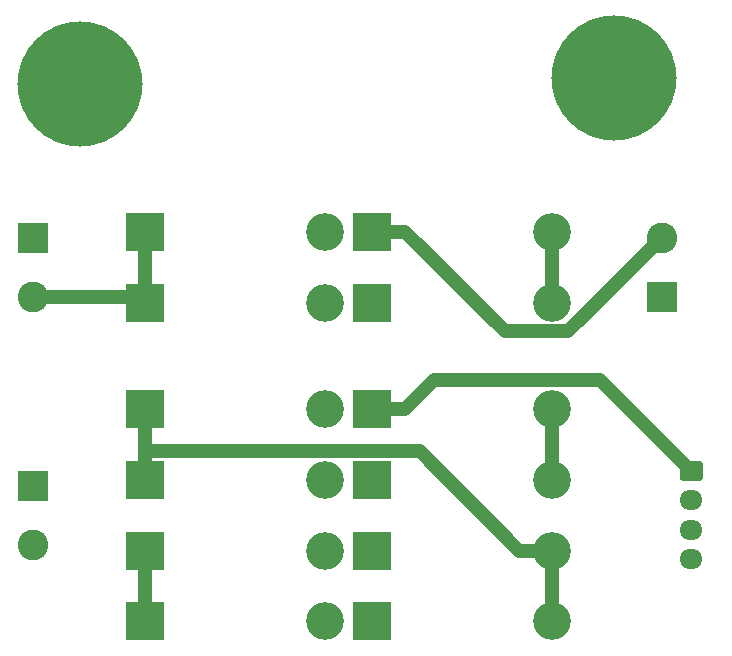
<source format=gbl>
G04 #@! TF.GenerationSoftware,KiCad,Pcbnew,5.1.10*
G04 #@! TF.CreationDate,2021-06-04T18:58:03-05:00*
G04 #@! TF.ProjectId,Rectifier,52656374-6966-4696-9572-2e6b69636164,rev?*
G04 #@! TF.SameCoordinates,Original*
G04 #@! TF.FileFunction,Copper,L2,Bot*
G04 #@! TF.FilePolarity,Positive*
%FSLAX46Y46*%
G04 Gerber Fmt 4.6, Leading zero omitted, Abs format (unit mm)*
G04 Created by KiCad (PCBNEW 5.1.10) date 2021-06-04 18:58:03*
%MOMM*%
%LPD*%
G01*
G04 APERTURE LIST*
G04 #@! TA.AperFunction,ComponentPad*
%ADD10C,0.900000*%
G04 #@! TD*
G04 #@! TA.AperFunction,ComponentPad*
%ADD11C,10.600000*%
G04 #@! TD*
G04 #@! TA.AperFunction,ComponentPad*
%ADD12C,2.600000*%
G04 #@! TD*
G04 #@! TA.AperFunction,ComponentPad*
%ADD13R,2.600000X2.600000*%
G04 #@! TD*
G04 #@! TA.AperFunction,ComponentPad*
%ADD14O,1.950000X1.700000*%
G04 #@! TD*
G04 #@! TA.AperFunction,ComponentPad*
%ADD15O,3.200000X3.200000*%
G04 #@! TD*
G04 #@! TA.AperFunction,ComponentPad*
%ADD16R,3.200000X3.200000*%
G04 #@! TD*
G04 #@! TA.AperFunction,Conductor*
%ADD17C,1.200000*%
G04 #@! TD*
G04 APERTURE END LIST*
D10*
X178310749Y-35689251D03*
X175500000Y-34525000D03*
X172689251Y-35689251D03*
X171525000Y-38500000D03*
X172689251Y-41310749D03*
X175500000Y-42475000D03*
X178310749Y-41310749D03*
X179475000Y-38500000D03*
D11*
X175500000Y-38500000D03*
X130250000Y-39000000D03*
D10*
X134225000Y-39000000D03*
X133060749Y-41810749D03*
X130250000Y-42975000D03*
X127439251Y-41810749D03*
X126275000Y-39000000D03*
X127439251Y-36189251D03*
X130250000Y-35025000D03*
X133060749Y-36189251D03*
D12*
X126250000Y-57000000D03*
D13*
X126250000Y-52000000D03*
D12*
X126250000Y-78000000D03*
D13*
X126250000Y-73000000D03*
D12*
X179500000Y-52000000D03*
D13*
X179500000Y-57000000D03*
D14*
X182000000Y-79250000D03*
X182000000Y-76750000D03*
X182000000Y-74250000D03*
G04 #@! TA.AperFunction,ComponentPad*
G36*
G01*
X181275000Y-70900000D02*
X182725000Y-70900000D01*
G75*
G02*
X182975000Y-71150000I0J-250000D01*
G01*
X182975000Y-72350000D01*
G75*
G02*
X182725000Y-72600000I-250000J0D01*
G01*
X181275000Y-72600000D01*
G75*
G02*
X181025000Y-72350000I0J250000D01*
G01*
X181025000Y-71150000D01*
G75*
G02*
X181275000Y-70900000I250000J0D01*
G01*
G37*
G04 #@! TD.AperFunction*
D15*
X150990000Y-57500000D03*
D16*
X135750000Y-57500000D03*
D15*
X150990000Y-78500000D03*
D16*
X135750000Y-78500000D03*
D15*
X150990000Y-66500000D03*
D16*
X135750000Y-66500000D03*
D15*
X150990000Y-51500000D03*
D16*
X135750000Y-51500000D03*
D15*
X170240000Y-57500000D03*
D16*
X155000000Y-57500000D03*
D15*
X150990000Y-84500000D03*
D16*
X135750000Y-84500000D03*
D15*
X170240000Y-78500000D03*
D16*
X155000000Y-78500000D03*
D15*
X150990000Y-72500000D03*
D16*
X135750000Y-72500000D03*
D15*
X170240000Y-66500000D03*
D16*
X155000000Y-66500000D03*
D15*
X170240000Y-51500000D03*
D16*
X155000000Y-51500000D03*
D15*
X170240000Y-84500000D03*
D16*
X155000000Y-84500000D03*
D15*
X170240000Y-72500000D03*
D16*
X155000000Y-72500000D03*
D17*
X135750000Y-70062500D02*
X135750000Y-66500000D01*
X135750000Y-72500000D02*
X135750000Y-70062500D01*
X135750000Y-70062500D02*
X159002500Y-70062500D01*
X159002500Y-70062500D02*
X167440000Y-78500000D01*
X170240000Y-78500000D02*
X167440000Y-78500000D01*
X170240000Y-84500000D02*
X170240000Y-78500000D01*
X155000000Y-51500000D02*
X157800000Y-51500000D01*
X157800000Y-51500000D02*
X166215900Y-59915900D01*
X166215900Y-59915900D02*
X171584100Y-59915900D01*
X171584100Y-59915900D02*
X179500000Y-52000000D01*
X155000000Y-66500000D02*
X157800000Y-66500000D01*
X157800000Y-66500000D02*
X160243300Y-64056700D01*
X160243300Y-64056700D02*
X174306700Y-64056700D01*
X174306700Y-64056700D02*
X182000000Y-71750000D01*
X170240000Y-72500000D02*
X170240000Y-66500000D01*
X170240000Y-51500000D02*
X170240000Y-57500000D01*
X135750000Y-84500000D02*
X135750000Y-78500000D01*
X135750000Y-57000000D02*
X135750000Y-57500000D01*
X135750000Y-51500000D02*
X135750000Y-57000000D01*
X135750000Y-57000000D02*
X126250000Y-57000000D01*
M02*

</source>
